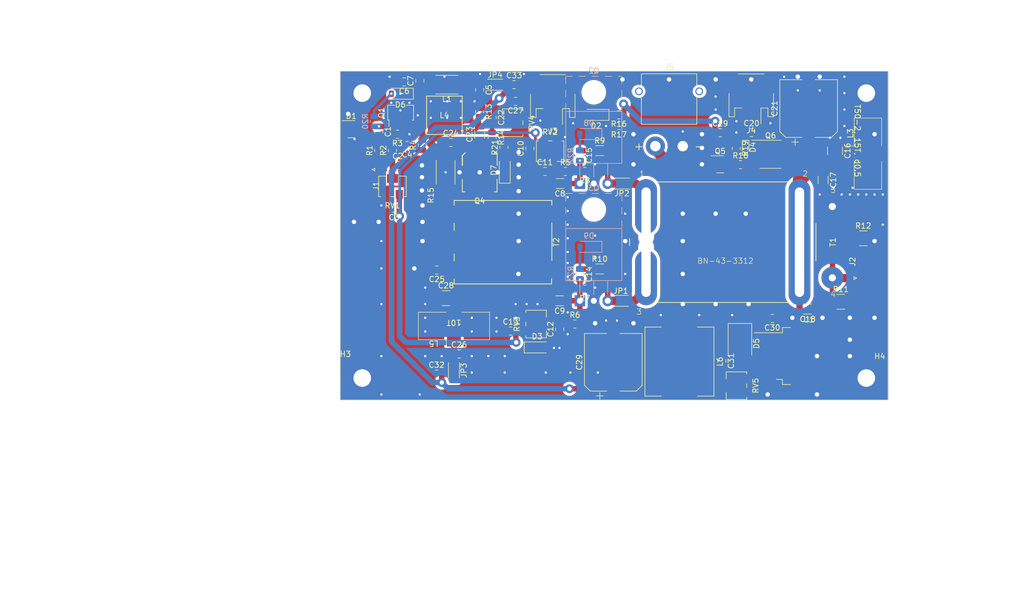
<source format=kicad_pcb>
(kicad_pcb (version 20221018) (generator pcbnew)
  (layers (0 "F.Cu" signal) (31 "B.Cu" signal) (34 "B.Paste" user) (35 "F.Paste" user) (36 "B.SilkS" user "B.Silkscreen") (37 "F.SilkS" user "F.Silkscreen") (38 "B.Mask" user) (39 "F.Mask" user) (44 "Edge.Cuts" user))
  (net 0 "")
  (net 1 "Net-(Q1-G)")
  (net 2 "Net-(C1-Pad2)")
  (net 3 "Net-(C2-Pad1)")
  (net 4 "Earth")
  (net 5 "+5V_TX")
  (net 6 "Net-(C4-Pad1)")
  (net 7 "+12V_TX")
  (net 8 "Net-(C6-Pad1)")
  (net 9 "Net-(Q2-G)")
  (net 10 "Net-(T2-PR2)")
  (net 11 "Net-(Q3-G)")
  (net 12 "Net-(T2-PR1)")
  (net 13 "Net-(C11-Pad2)")
  (net 14 "Net-(C12-Pad2)")
  (net 15 "Net-(C14-Pad1)")
  (net 16 "Net-(C15-Pad1)")
  (net 17 "/DRN_1")
  (net 18 "/DRN_2")
  (net 19 "Net-(J1-In)")
  (net 20 "Net-(Q1-D)")
  (net 21 "/FLT_IN")
  (net 22 "Net-(JP4-A)")
  (net 23 "Net-(Q5-G)")
  (net 24 "/DRN_T")
  (net 25 "Net-(JP3-A)")
  (net 26 "+7V_TX")
  (net 27 "+12V")
  (net 28 "Net-(C22-Pad2)")
  (net 29 "/P_G")
  (net 30 "Net-(C23-Pad2)")
  (net 31 "Net-(C24-Pad1)")
  (net 32 "/P_DT")
  (net 33 "Net-(U1-FB)")
  (net 34 "/P_D")
  (net 35 "Net-(D2-K)")
  (net 36 "Net-(D4-A)")
  (net 37 "Net-(D5-K)")
  (net 38 "Net-(Q5-D)")
  (net 39 "/DRN_T1")
  (net 40 "/DRN_T2")
  (net 42 "Net-(D6-A)")
  (net 43 "Net-(D7-A)")
  (net 44 "Net-(D8-A)")
  (net 45 "Net-(D9-A)")
  (footprint "Capacitor_SMD:C_0805_2012Metric" (layer "F.Cu") (at 61.656 91.948 180)
    (fp_text reference "C6")
    (fp_text value "104")
  )
  (footprint "Potentiometer_SMD:Potentiometer_Bourns_3214W_Vertical" (layer "F.Cu") (at 85.725 136.144 90)
    (fp_text reference "RV3")
    (fp_text value "502")
  )
  (footprint "Resistor_SMD:R_1206_3216Metric" (layer "F.Cu") (at 97.3435 104.5)
    (fp_text reference "R9")
    (fp_text value "751")
  )
  (footprint "Resistor_SMD:R_1206_3216Metric" (layer "F.Cu") (at 97.3328 126.0856)
    (fp_text reference "R10")
    (fp_text value "751")
  )
  (footprint "MountingHole:MountingHole_3.2mm_M3_Pad" (layer "F.Cu") (at 146 146)
    (fp_text reference "H4")
    (fp_text value "MH")
  )
  (footprint "PhilsFootprintLibrary:SolderJumper-2_P1.3mm_Open_Pad2.0x1.5mm" (layer "F.Cu") (at 101.2 131.9)
    (fp_text reference "JP1")
    (fp_text value "SJ")
  )
  (footprint "Capacitor_SMD:C_0805_2012Metric" (layer "F.Cu") (at 81.722 92.456)
    (fp_text reference "C33")
    (fp_text value "104")
  )
  (footprint "Resistor_SMD:R_0805_2012Metric" (layer "F.Cu") (at 92.8135 136.144)
    (fp_text reference "R6")
    (fp_text value "331")
  )
  (footprint "Capacitor_SMD:C_1206_3216Metric" (layer "F.Cu") (at 138.12 109.85 -90)
    (fp_text reference "C17")
    (fp_text value "104")
  )
  (footprint "Resistor_SMD:R_1210_3225Metric_Pad1.30x2.65mm_HandSolder" (layer "F.Cu") (at 145.45 120.5)
    (fp_text reference "R12")
    (fp_text value "511")
  )
  (footprint "Capacitor_SMD:C_1210_3225Metric" (layer "F.Cu") (at 69.28 131.43)
    (fp_text reference "C28")
    (fp_text value "102")
  )
  (footprint "PhilsFootprintLibrary:PLD-1.5W-NoVias" (layer "F.Cu") (at 75.438 108.458)
    (fp_text reference "Q4")
    (fp_text value "AFT09MS007NT1")
  )
  (footprint "Resistor_SMD:R_1210_3225Metric_Pad1.30x2.65mm_HandSolder" (layer "F.Cu") (at 141.351 132.08)
    (fp_text reference "R11")
    (fp_text value "511")
  )
  (footprint "Diode_SMD:D_SMB" (layer "F.Cu") (at 122.936 139.7 -90)
    (fp_text reference "D5")
    (fp_text value "D_Schottky")
  )
  (footprint "Capacitor_SMD:C_1206_3216Metric" (layer "F.Cu") (at 135.29 133.41 180)
    (fp_text reference "C18")
    (fp_text value "104")
  )
  (footprint "Capacitor_SMD:C_0805_2012Metric" (layer "F.Cu") (at 64.516 91.76 90)
    (fp_text reference "C7")
    (fp_text value "104")
  )
  (footprint "Potentiometer_SMD:Potentiometer_Bourns_3214W_Vertical" (layer "F.Cu") (at 88.2904 104.595)
    (fp_text reference "RV2")
    (fp_text value "502")
  )
  (footprint "Capacitor_SMD:C_0805_2012Metric" (layer "F.Cu") (at 93.72 105.37 -90)
    (fp_text reference "C15")
    (fp_text value "223")
  )
  (footprint "Capacitor_SMD:C_0805_2012Metric" (layer "F.Cu") (at 59.8068 115 180)
    (fp_text reference "C3")
    (fp_text value "104")
  )
  (footprint "Capacitor_SMD:C_1206_3216Metric" (layer "F.Cu") (at 90.025 131.9 180)
    (fp_text reference "C9")
    (fp_text value "104")
  )
  (footprint "Diode_SMD:D_SOD-123" (layer "F.Cu") (at 80.01 108.077 90)
    (fp_text reference "D7")
    (fp_text value "1N4148W")
  )
  (footprint "Capacitor_SMD:C_0805_2012Metric" (layer "F.Cu") (at 57.023 101.031 -90)
    (fp_text reference "C1")
    (fp_text value "104")
  )
  (footprint "PhilsFootprintLibrary:L_T50_L13_W8_P5mm" (layer "F.Cu") (at 146.29 105.05)
    (fp_text reference "L3")
    (fp_text value "T50-2, 15T, d0.5")
  )
  (footprint "Capacitor_SMD:C_0805_2012Metric" (layer "F.Cu") (at 70.165 102.997)
    (fp_text reference "C24")
    (fp_text value "473")
  )
  (footprint "Resistor_SMD:R_0805_2012Metric" (layer "F.Cu") (at 59.5122 104.4683 90)
    (fp_text reference "R2")
    (fp_text value "472")
  )
  (footprint "Resistor_SMD:R_2512_6332Metric" (layer "F.Cu") (at 69.215 108.458 90)
    (fp_text reference "R15")
    (fp_text value "102")
  )
  (footprint "Capacitor_SMD:C_0805_2012Metric" (layer "F.Cu") (at 93.726 127.061 -90)
    (fp_text reference "C14")
    (fp_text value "223")
  )
  (footprint "Resistor_SMD:R_0805_2012Metric" (layer "F.Cu") (at 94.615 129.794 180)
    (fp_text reference "R7")
    (fp_text value "472")
  )
  (footprint "PhilsFootprintLibrary:Balun_5PIN_BN-43-202_SMD_Inverse" (layer "F.Cu") (at 79.7 121.2)
    (fp_text reference "T2")
    (fp_text value "2T:4T")
  )
  (footprint "Capacitor_SMD:C_0805_2012Metric" (layer "F.Cu") (at 84.6074 104.0994 90)
    (fp_text reference "C10")
    (fp_text value "104")
  )
  (footprint "Capacitor_SMD:C_0805_2012Metric" (layer "F.Cu") (at 125.0442 101.1936)
    (fp_text reference "C20")
    (fp_text value "104")
  )
  (footprint "Package_TO_SOT_SMD:SOT-23" (layer "F.Cu") (at 119.3269 107)
    (fp_text reference "Q5")
    (fp_text value "BSS138")
  )
  (footprint "Connector_JST:JST_PH_S2B-PH-SM4-TB_1x02-1MP_P2.00mm_Horizontal" (layer "F.Cu") (at 125 95 180)
    (fp_text reference "J4")
    (fp_text value "+12V OUT")
  )
  (footprint "Resistor_SMD:R_0805_2012Metric" (layer "F.Cu") (at 60.4247 101.5 180)
    (fp_text reference "R3")
    (fp_text value "472")
  )
  (footprint "PhilsFootprintLibrary:SolderJumper-2_P1.3mm_Open_Pad2.0x1.5mm" (layer "F.Cu") (at 101.4 110.5 180)
    (fp_text reference "JP2")
    (fp_text value "SJ")
  )
  (footprint "Connector_JST:JST_PH_S2B-PH-SM4-TB_1x02-1MP_P2.00mm_Horizontal" (layer "F.Cu") (at 88.773 95.123 180)
    (fp_text reference "J3")
    (fp_text value "+5V_TX")
  )
  (footprint "PhilsFootprintLibrary:SolderJumper-2_P1.3mm_Open_Pad2.0x1.5mm" (layer "F.Cu") (at 70.73 144.58 -90)
    (fp_text reference "JP3")
    (fp_text value "SJ")
  )
  (footprint "Package_SO:SOIC-8_3.9x4.9mm_P1.27mm" (layer "F.Cu") (at 128.524 105.156)
    (fp_text reference "Q6")
    (fp_text value "IRF7324")
  )
  (footprint "Capacitor_SMD:C_0805_2012Metric" (layer "F.Cu") (at 119.3292 101.2444)
    (fp_text reference "C19")
    (fp_text value "106")
  )
  (footprint "PhilsFootprintLibrary:L_T50_L13_W8_P5mm" (layer "F.Cu") (at 70.739 136.485 90)
    (fp_text reference "L5")
    (fp_text value "10T")
  )
  (footprint "Capacitor_SMD:C_0805_2012Metric" (layer "F.Cu") (at 128.839 135.128 180)
    (fp_text reference "C30")
    (fp_text value "104")
  )
  (footprint "Inductor_SMD:L_12x12mm_H8mm" (layer "F.Cu") (at 111.887 143.002 -90)
    (fp_text reference "L6")
    (fp_text value "10T")
  )
  (footprint "Resistor_SMD:R_0805_2012Metric" (layer "F.Cu") (at 75.438 97.3875 -90)
    (fp_text reference "R13")
    (fp_text value "22R")
  )
  (footprint "Resistor_SMD:R_0805_2012Metric" (layer "F.Cu") (at 122.2502 104.0873 -90)
    (fp_text reference "R19")
    (fp_text value "103")
  )
  (footprint "Resistor_SMD:R_0805_2012Metric" (layer "F.Cu") (at 64.9478 103.4777 90)
    (fp_text reference "R4")
    (fp_text value "102")
  )
  (footprint "Diode_SMD:D_SOD-523" (layer "F.Cu") (at 123.9774 103.8748 -90)
    (fp_text reference "D4")
    (fp_text value "DZ2S100X0L")
  )
  (footprint "Capacitor_SMD:C_1210_3225Metric" (layer "F.Cu") (at 140.28 104.52 -90)
    (fp_text reference "C16")
    (fp_text value "104")
  )
  (footprint "Capacitor_SMD:C_0805_2012Metric" (layer "F.Cu") (at 67.61 126.29 180)
    (fp_text reference "C25")
    (fp_text value "104")
  )
  (footprint "PhilsFootprintLibrary:Balun_BN-43-2402_SMD" (layer "F.Cu") (at 69 98.044)
    (fp_text reference "L4")
    (fp_text value "2T:1T")
  )
  (footprint "Capacitor_SMD:C_0805_2012Metric" (layer "F.Cu") (at 60.4622 107.188)
    (fp_text reference "C2")
    (fp_text value "104")
  )
  (footprint "Capacitor_SMD:C_0805_2012Metric" (layer "F.Cu") (at 62.1894 103.5558 180)
    (fp_text reference "C4")
    (fp_text value "103")
  )
  (footprint "Capacitor_SMD:C_0805_2012Metric" (layer "F.Cu") (at 67.564 145.288)
    (fp_text reference "C32")
    (fp_text value "104")
  )
  (footprint "PhilsFootprintLibrary:SolderJumper-2_P1.3mm_Open_Pad2.0x1.5mm" (layer "F.Cu") (at 78.247 92.456)
    (fp_text reference "JP4")
    (fp_text value "SJ")
  )
  (footprint "Capacitor_SMD:C_0805_2012Metric" (layer "F.Cu") (at 119.634 142.875 -90)
    (fp_text reference "C31")
    (fp_text value "104")
  )
  (footprint "Package_TO_SOT_SMD:SOT-23" (layer "F.Cu") (at 51.9915 100.584)
    (fp_text reference "D1")
    (fp_text value "BAV99")
  )
  (footprint "Capacitor_SMD:C_0805_2012Metric" (layer "F.Cu") (at 90.043 137.094 90)
    (fp_text reference "C12")
    (fp_text value "104")
  )
  (footprint "Capacitor_SMD:CP_Elec_10x12.6" (layer "F.Cu") (at 99.822 143.129 90)
    (fp_text reference "C29")
    (fp_text value "1000uFx16V")
  )
  (footprint "Capacitor_SMD:C_0805_2012Metric" (layer "F.Cu") (at 75.438 93.406 -90)
    (fp_text reference "C5")
    (fp_text value "104")
  )
  (footprint "Resistor_SMD:R_0805_2012Metric" (layer "F.Cu") (at 79.8595 103.9095 90)
    (fp_text reference "R21")
    (fp_text value "472")
  )
  (footprint "Capacitor_SMD:C_1206_3216Metric" (layer "F.Cu") (at 75.438 101.522 90)
    (fp_text reference "C23")
    (fp_text value "104")
  )
  (footprint "Potentiometer_SMD:Potentiometer_Bourns_3224W_Vertical" (layer "F.Cu") (at 81.45 99.4 -90)
    (fp_text reference "RV4")
    (fp_text value "502")
  )
  (footprint "Diode_SMD:D_SOD-123" (layer "F.Cu") (at 96.6724 97.9678 180)
    (fp_text reference "D2")
    (fp_text value "1N4148W")
  )
  (footprint "Inductor_SMD:L_2512_6332Metric" (layer "F.Cu") (at 69.448 92.456 180)
    (fp_text reference "L1")
    (fp_text value "10T")
  )
  (footprint "Diode_SMD:D_SOD-123" (layer "F.Cu") (at 85.9272 140.4112)
    (fp_text reference "D3")
    (fp_text value "1N4148W")
  )
  (footprint "Resistor_SMD:R_0805_2012Metric" (layer "F.Cu") (at 91.0875 108.3)
    (fp_text reference "R5")
    (fp_text value "331")
  )
  (footprint "Resistor_SMD:R_0805_2012Metric" (layer "F.Cu") (at 56.9976 104.4721 90)
    (fp_text reference "R1")
    (fp_text value "47R")
  )
  (footprint "Connector_AMASS:AMASS_XT30PW-M_1x02_P2.50mm_Horizontal" (layer "F.Cu") (at 112.5 103.675)
    (fp_text reference "J5")
    (fp_text value "XT30PW-M")
  )
  (footprint "Connector_Coaxial:SMA_Amphenol_132289_EdgeMount" (layer "F.Cu") (at 52.578 107.95 180)
    (fp_text reference "J1")
    (fp_text value "TX_IN")
  )
  (footprint "Capacitor_SMD:C_0805_2012Metric" (layer "F.Cu") (at 81.092 137.414)
    (fp_text reference "C13")
    (fp_text value "104")
  )
  (footprint "Capacitor_SMD:C_0805_2012Metric" (layer "F.Cu") (at 81.981 95.504 180)
    (fp_text reference "C27")
    (fp_text value "104")
  )
  (footprint "Capacitor_SMD:C_0805_2012Metric" (layer "F.Cu") (at 71.694 141.605)
    (fp_text reference "C26")
    (fp_text value "104")
  )
  (footprint "MountingHole:MountingHole_3.2mm_M3_Pad" (layer "F.Cu") (at 146 94)
    (fp_text reference "H2" hide)
    (fp_text value "MH")
  )
  (footprint "Package_TO_SOT_SMD:SOT-89-3" (layer "F.Cu") (at 61.0122 97.5672 90)
    (fp_text reference "Q1")
    (fp_text value "RD01MUS2B")
  )
  (footprint "Capacitor_SMD:C_1206_3216Metric" (layer "F.Cu") (at 90.0956 110.5 180)
    (fp_text reference "C8")
    (fp_text value "104")
  )
  (footprint "Connector_Coaxial:SMA_Amphenol_132289_EdgeMount" (layer "F.Cu") (at 147.447 127.762)
    (fp_text reference "J2")
    (fp_text value "TX_IN")
  )
  (footprint "Resistor_SMD:R_0805_2012Metric" (layer "F.Cu") (at 100.8399 99.9236 180)
    (fp_text reference "R17")
    (fp_text value "475")
  )
  (footprint "Resistor_SMD:R_0805_2012Metric" (layer "F.Cu") (at 94.6125 108.3 180)
    (fp_text reference "R8")
    (fp_text value "472")
  )
  (footprint "PhilsFootprintLibrary:Transformer_BN-43-3312" (layer "F.Cu") (at 119.8 121.2)
    (fp_text reference "T1")
    (fp_text value "0.5+0.5T:4T")
  )
  (footprint "Diode_SMD:D_SOD-123" (layer "F.Cu") (at 60.96 94.107 180)
    (fp_text reference "D6")
    (fp_text value "1N4148W")
  )
  (footprint "Potentiometer_SMD:Potentiometer_Bourns_3214W_Vertical" (layer "F.Cu") (at 122.301 147.394 -90)
    (fp_text reference "RV5")
    (fp_text value "502")
  )
  (footprint "Capacitor_SMD:C_0805_2012Metric" (layer "F.Cu") (at 77.7 98.45 -90)
    (fp_text reference "C22")
    (fp_text value "104")
  )
  (footprint "Resistor_SMD:R_0805_2012Metric" (layer "F.Cu") (at 77.7 102.0845 -90)
    (fp_text reference "R14")
    (fp_text value "472")
  )
  (footprint "Capacitor_SMD:CP_Elec_10x12.6" (layer "F.Cu") (at 135.47 96.81 90)
    (fp_text reference "C21")
    (fp_text value "1000uFx16V")
  )
  (footprint "Potentiometer_SMD:Potentiometer_Bourns_3214W_Vertical" (layer "F.Cu") (at 59.5122 111.0256 180)
    (fp_text reference "RV1")
    (fp_text value "502")
  )
  (footprint "Capacitor_SMD:C_0805_2012Metric" (layer "F.Cu") (at 87.3404 108.3)
    (fp_text reference "C11")
    (fp_text value "104")
  )
  (footprint "MountingHole:MountingHole_3.2mm_M3_Pad" (layer "F.Cu") (at 54 94)
    (fp_text reference "H1" hide)
    (fp_text value "MH")
  )
  (footprint "MountingHole:MountingHole_3.2mm_M3_Pad" (layer "F.Cu") (at 54 146)
    (fp_text reference "H3")
    (fp_text value "MH")
  )
  (footprint "Resistor_SMD:R_0805_2012Metric" (layer "F.Cu") (at 123.0395 107.061)
    (fp_text reference "R18")
    (fp_text value "102")
  )
  (footprint "Package_TO_SOT_SMD:TO-263-5_TabPin3" (layer "F.Cu") (at 135.509 141.986)
    (fp_text reference "U1")
    (fp_text value "LM2596S-ADJ")
  )
  (footprint "Resistor_SMD:R_0805_2012Metric" (layer "F.Cu") (at 100.8361 97.9678 180)
    (fp_text reference "R16")
    (fp_text value "103")
  )
  (footprint "Resistor_SMD:R_0805_2012Metric" (layer "B.Cu") (at 93.726 105.3865 -90)
    (fp_text reference "R22")
    (fp_text value "472")
  )
  (footprint "Diode_SMD:D_SOD-123" (layer "B.Cu") (at 95.376 101.473 180)
    (fp_text reference "D8")
    (fp_text value "1N4148W")
  )
  (footprint "Resistor_SMD:R_0805_2012Metric" (layer "B.Cu") (at 93.726 126.9765 -90)
    (fp_text reference "R23")
    (fp_text value "472")
  )
  (footprint "Diode_SMD:D_SOD-123" (layer "B.Cu") (at 95.377 122.047 180)
    (fp_text reference "D9")
    (fp_text value "1N4148W")
  )
  (footprint "Package_TO_SOT_THT:TO-220-3_Horizontal_TabUp" (layer "B.Cu") (at 93.72 131.9)
    (fp_text reference "Q3")
    (fp_text value "RD16HHF1")
  )
  (footprint "Package_TO_SOT_THT:TO-220-3_Horizontal_TabUp" (layer "B.Cu") (at 93.72 110.5)
    (fp_text reference "Q2")
    (fp_text value "RD16HHF1")
  )
  (footprint "Resistor_SMD:R_0805_2012Metric" (layer "B.Cu") (at 56.21 99.16 -90)
    (fp_text reference "R20")
    (fp_text value "472")
  )
  (gr_line (start 50 150) (end 50 90) (stroke (width 0.1)) (layer "Edge.Cuts"))
  (gr_line (start 150 90) (end 150 150) (stroke (width 0.1)) (layer "Edge.Cuts"))
  (gr_line (start 50 90) (end 150 90) (stroke (width 0.1)) (layer "Edge.Cuts"))
  (gr_line (start 150 150) (end 50 150) (stroke (width 0.1)) (layer "Edge.Cuts"))
  (segment (start 58.9534 100.076) (end 59.5122 99.5172) (width 1) (layer "F.Cu") (net 1))
  (segment (start 57.023 100.081) (end 57.028 100.076) (width 1) (layer "F.Cu") (net 1))
  (segment (start 57.04 100.06) (end 58.9534 100.076) (width 1) (layer "F.Cu") (net 1))
  (segment (start 57.028 100.076) (end 57.04 100.06) (width 1) (layer "F.Cu") (net 1))
  (segment (start 61.2394 103.5558) (end 59.5122 103.5558) (width 1) (layer "F.Cu") (net 1))
  (segment (start 59.5122 103.5558) (end 59.5122 99.5172) (width 1) (layer "F.Cu") (net 1))
  (via (at 57.04 100.06) (size 0.8) (drill 0.4) (layers "F.Cu" "B.Cu") (net 1))
  (segment (start 57.04 100.06) (end 56.2225 100.06) (width 1) (layer "B.Cu") (net 1))
  (segment (start 56.2225 100.06) (end 56.21 100.0725) (width 1) (layer "B.Cu") (net 1))
  (segment (start 56.9976 101.9556) (end 56.9976 103.5596) (width 1) (layer "F.Cu") (net 2))
  (segment (start 52.929 100.584) (end 53.213 100.584) (width 0.5) (layer "F.Cu") (net 2))
  (segment (start 53.213 100.584) (end 54.483 101.854) (width 0.5) (layer "F.Cu") (net 2))
  (segment (start 54.483 101.854) (end 56.896 101.854) (width 0.5) (layer "F.Cu") (net 2))
  (segment (start 56.896 101.854) (end 56.9976 101.9556) (width 0.5) (layer "F.Cu") (net 2))
  (segment (start 59.5122 105.3808) (end 59.5122 109.5756) (width 1) (layer "F.Cu") (net 3))
  (segment (start 61.0122 101.175) (end 61.3372 101.5) (width 1) (layer "F.Cu") (net 4))
  (segment (start 62.6094 101.5) (end 62.611 101.4984) (width 1) (layer "F.Cu") (net 4))
  (segment (start 123.571 141.986) (end 137.009 141.986) (width 1) (layer "F.Cu") (net 4))
  (segment (start 133.959 145.386) (end 134.584 144.761) (width 0.5) (layer "F.Cu") (net 4))
  (segment (start 61.3372 101.5) (end 62.6094 101.5) (width 1) (layer "F.Cu") (net 4))
  (segment (start 61.0122 99.4297) (end 61.0122 101.175) (width 1) (layer "F.Cu") (net 4))
  (segment (start 127.859 145.386) (end 133.959 145.386) (width 0.5) (layer "F.Cu") (net 4))
  (via (at 51.435 97.79) (size 1.6) (drill 0.8) (layers "F.Cu" "B.Cu") (net 4))
  (via (at 96.5 107) (size 0.8) (drill 0.4) (layers "F.Cu" "B.Cu") (net 4))
  (via (at 83.5 90.5) (size 0.8) (drill 0.4) (layers "F.Cu" "B.Cu") (net 4))
  (via (at 91.5 120.5) (size 0.8) (drill 0.4) (layers "F.Cu" "B.Cu") (net 4))
  (via (at 63.5 126) (size 1.6) (drill 0.8) (layers "F.Cu" "B.Cu") (net 4))
  (via (at 74 137.5) (size 0.8) (drill 0.4) (layers "F.Cu" "B.Cu") (net 4))
  (via (at 65 121) (size 1.6) (drill 0.8) (layers "F.Cu" "B.Cu") (net 4))
  (via (at 66.5 95.5) (size 0.8) (drill 0.4) (layers "F.Cu" "B.Cu") (net 4))
  (via (at 91.5 138) (size 0.8) (drill 0.4) (layers "F.Cu" "B.Cu") (net 4))
  (via (at 149 112.5) (size 0.8) (drill 0.4) (layers "F.Cu" "B.Cu") (net 4))
  (via (at 118.5 132.5) (size 1.6) (drill 0.8) (layers "F.Cu" "B.Cu") (net 4))
  (via (at 91.5 115.5) (size 0.8) (drill 0.4) (layers "F.Cu" "B.Cu") (net 4))
  (via (at 89 140.5) (size 0.8) (drill 0.4) (layers "F.Cu" "B.Cu") (net 4))
  (via (at 77 142) (size 0.8) (drill 0.4) (layers "F.Cu" "B.Cu") (net 4))
  (via (at 112.5 132.5) (size 1.6) (drill 0.8) (layers "F.Cu" "B.Cu") (net 4))
  (via (at 74 135) (size 0.8) (drill 0.4) (layers "F.Cu" "B.Cu") (net 4))
  (via (at 82.55 109.347) (size 1.6) (drill 0.8) (layers "F.Cu" "B.Cu") (net 4))
  (via (at 57.912 97.282) (size 1) (drill 0.4) (layers "F.Cu" "B.Cu") (net 4))
  (via (at 143.5 111.27) (size 0.8) (drill 0.4) (layers "F.Cu" "B.Cu") (net 4))
  (via (at 78.74 108.458) (size 1.6) (drill 0.8) (layers "F.Cu" "B.Cu") (net 4))
  (via (at 97 145) (size 0.8) (drill 0.4) (layers "F.Cu" "B.Cu") (net 4))
  (via (at 116 107) (size 1.6) (drill 0.8) (layers "F.Cu" "B.Cu") (net 4))
  (via (at 137 149) (size 1.6) (drill 0.8) (layers "F.Cu" "B.Cu") (net 4))
  (via (at 68.5 142) (size 0.8) (drill 0.4) (layers "F.Cu" "B.Cu") (net 4))
  (via (at 98.5 100) (size 0.8) (drill 0.4) (layers "F.Cu" "B.Cu") (net 4))
  (via (at 65.5 142) (size 0.8) (drill 0.4) (layers "F.Cu" "B.Cu") (net 4))
  (via (at 57.5 149) (size 0.8) (drill 0.4) (layers "F.Cu" "B.Cu") (net 4))
  (via (at 143 112.5) (size 0.8) (drill 0.4) (layers "F.Cu" "B.Cu") (net 4))
  (via (at 96.5 120) (size 0.8) (drill 0.4) (layers "F.Cu" "B.Cu") (net 4))
  (via (at 118.5 116) (size 1.6) (drill 0.8) (layers "F.Cu" "B.Cu") (net 4))
  (via (at 69 91) (size 0.8) (drill 0.4) (layers "F.Cu" "B.Cu") (net 4))
  (via (at 91.5 113) (size 0.8) (drill 0.4) (layers "F.Cu" "B.Cu") (net 4))
  (via (at 74.5 95.5) (size 0.8) (drill 0.4) (layers "F.Cu" "B.Cu") (net 4))
  (via (at 60.96 94.107) (size 1) (drill 0.4) (layers "F.Cu" "B.Cu") (net 4))
  (via (at 65.5 129.5) (size 0.8) (drill 0.4) (layers "F.Cu" "B.Cu") (net 4))
  (via (at 66.5 98.5) (size 0.8) (drill 0.4) (layers "F.Cu" "B.Cu") (net 4))
  (via (at 75.438 108.458) (size 1.6) (drill 0.8) (layers "F.Cu" "B.Cu") (net 4))
  (via (at 118.49 94.62) (size 0.8) (drill 0.4) (layers "F.Cu" "B.Cu") (net 4))
  (via (at 91 102) (size 0.8) (drill 0.4) (layers "F.Cu" "B.Cu") (net 4))
  (via (at 82.55 111.887) (size 1.6) (drill 0.8) (layers "F.Cu" "B.Cu") (net 4))
  (via (at 138 135) (size 1.6) (drill 0.8) (layers "F.Cu" "B.Cu") (net 4))
  (via (at 59.309 95.758) (size 1) (drill 0.4) (layers "F.Cu" "B.Cu") (net 4))
  (via (at 147.5 112.5) (size 0.8) (drill 0.4) (layers "F.Cu" "B.Cu") (net 4))
  (via (at 69.5 98.5) (size 0.8) (drill 0.4) (layers "F.Cu" "B.Cu") (net 4))
  (via (at 103.5 107) (size 1.6) (drill 0.8) (layers "F.Cu" "B.Cu") (net 4))
  (via (at 98.5 135.5) (size 0.8) (drill 0.4) (layers "F.Cu" "B.Cu") (net 4))
  (via (at 149 118) (size 0.8) (drill 0.4) (layers "F.Cu" "B.Cu") (net 4))
  (via (at 90 140.5) (size 0.8) (drill 0.4) (layers "F.Cu" "B.Cu") (net 4))
  (via (at 86 132.5) (size 0.8) (drill 0.4) (layers "F.Cu" "B.Cu") (net 4))
  (via (at 67.5 103) (size 0.8) (drill 0.4) (layers "F.Cu" "B.Cu") (net 4))
  (via (at 125 91.5) (size 1.6) (drill 0.8) (layers "F.Cu" "B.Cu") (net 4))
  (via (at 96.5 136) (size 1.6) (drill 0.8) (layers "F.Cu" "B.Cu") (net 4))
  (via (at 91.5 127.5) (size 0.8) (drill 0.4) (layers "F.Cu" "B.Cu") (net 4))
  (via (at 128 149) (size 1.6) (drill 0.8) (layers "F.Cu" "B.Cu") (net 4))
  (via (at 147.5 101.5) (size 1.6) (drill 0.8) (layers "F.Cu" "B.Cu") (net 4))
  (via (at 110 91.5) (size 1.6) (drill 0.8) (layers "F.Cu" "B.Cu") (net 4))
  (via (at 141.27 102.15) (size 0.8) (drill 0.4) (layers "F.Cu" "B.Cu") (net 4))
  (via (at 64.897 107.188) (size 1.6) (drill 0.8) (layers "F.Cu" "B.Cu") (net 4))
  (via (at 102 127) (size 0.8) (drill 0.4) (layers "F.Cu" "B.Cu") (net 4))
  (via (at 86.5 99) (size 0.8) (drill 0.4) (layers "F.Cu" "B.Cu") (net 4))
  (via (at 142 97) (size 0.8) (drill 0.4) (layers "F.Cu" "B.Cu") (net 4))
  (via (at 128.5 99.5) (size 0.8) (drill 0.4) (layers "F.Cu" "B.Cu") (net 4))
  (via (at 59 91) (size 0.8) (drill 0.4) (layers "F.Cu" "B.Cu") (net 4))
  (via (at 143 139) (size 1.6) (drill 0.8) (layers "F.Cu" "B.Cu") (net 4))
  (via (at 82.5 127) (size 1.6) (drill 0.8) (layers "F.Cu" "B.Cu") (net 4))
  (via (at 112.5 101) (size 0.8) (drill 0.4) (layers "F.Cu" "B.Cu") (net 4))
  (via (at 82.55 121) (size 1.6) (drill 0.8) (layers "F.Cu" "B.Cu") (net 4))
  (via (at 60.96 97.155) (size 1) (drill 0.4) (layers "F.Cu" "B.Cu") (net 4))
  (via (at 57.912 98.552) (size 1) (drill 0.4) (layers "F.Cu" "B.Cu") (net 4))
  (via (at 92 145) (size 0.8) (drill 0.4) (layers "F.Cu" "B.Cu") (net 4))
  (via (at 91.5 125) (size 0.8) (drill 0.4) (layers "F.Cu" "B.Cu") (net 4))
  (via (at 57.5 132.5) (size 0.8) (drill 0.4) (layers "F.Cu" "B.Cu") (net 4))
  (via (at 91.5 134) (size 0.8) (drill 0.4) (layers "F.Cu" "B.Cu") (net 4))
  (via (at 144.5 112.5) (size 0.8) (drill 0.4) (layers "F.Cu" "B.Cu") (net 4))
  (via (at 82.55 107.061) (size 1.6) (drill 0.8) (layers "F.Cu" "B.Cu") (net 4))
  (via (at 82.55 116) (size 1.6) (drill 0.8) (layers "F.Cu" "B.Cu") (net 4))
  (via (at 133.5 93.5) (size 0.8) (drill 0.4) (layers "F.Cu" "B.Cu") (net 4))
  (via (at 112.5 121) (size 1.6) (drill 0.8) (layers "F.Cu" "B.Cu") (net 4))
  (via (at 118.5 91.5) (size 1.6) (drill 0.8) (layers "F.Cu" "B.Cu") (net 4))
  (via (at 65.5 132.5) (size 0.8) (drill 0.4) (layers "F.Cu" "B.Cu") (net 4))
  (via (at 100.5 135.5) (size 0.8) (drill 0.4) (layers "F.Cu" "B.Cu") (net 4))
  (via (at 87.5 145) (size 0.8) (drill 0.4) (layers "F.Cu" "B.Cu") (net 4))
  (via (at 52.5 117.5) (size 1.6) (drill 0.8) (layers "F.Cu" "B.Cu") (net 4))
  (via (at 62.611 101.4984) (size 1) (drill 0.4) (layers "F.Cu" "B.Cu") (net 4))
  (via (at 69.215 108.458) (size 0.8) (drill 0.4) (layers "F.Cu" "B.Cu") (net 4))
  (via (at 80 145) (size 0.8) (drill 0.4) (layers "F.Cu" "B.Cu") (net 4))
  (via (at 147.5 121) (size 1.6) (drill 0.8) (layers "F.Cu" "B.Cu") (net 4))
  (via (at 74 142) (size 0.8) (drill 0.4) (layers "F.Cu" "B.Cu") (net 4))
  (via (at 137.5 93.5) (size 0.8) (drill 0.4) (layers "F.Cu" "B.Cu") (net 4))
  (via (at 69.5 95.5) (size 0.8) (drill 0.4) (layers "F.Cu" "B.Cu") (net 4))
  (via (at 102 116) (size 0.8) (drill 0.4) (layers "F.Cu" "B.Cu") (net 4))
  (via (at 78.5 137.5) (size 0.8) (drill 0.4) (layers "F.Cu" "B.Cu") (net 4))
  (via (at 112.5 116) (size 1.6) (drill 0.8) (layers "F.Cu" "B.Cu") (net 4))
  (via (at 65.5 137.5) (size 0.8) (drill 0.4) (layers "F.Cu" "B.Cu") (net 4))
  (via (at 142 91) (size 0.8) (drill 0.4) (layers "F.Cu" "B.Cu") (net 4))
  (via (at 91.5 118) (size 0.8) (drill 0.4) (layers "F.Cu" "B.Cu") (net 4))
  (via (at 82.55 104.775) (size 1.6) (drill 0.8) (layers "F.Cu" "B.Cu") (net 4))
  (via (at 103.5 101.5) (size 1.6) (drill 0.8) (layers "F.Cu" "B.Cu") (net 4))
  (via (at 74 145) (size 0.8) (drill 0.4) (layers "F.Cu" "B.Cu") (net 4))
  (via (at 141.5 112.5) (size 0.8) (drill 0.4) (layers "F.Cu" "B.Cu") (net 4))
  (via (at 124 116) (size 1.6) (drill 0.8) (layers "F.Cu" "B.Cu") (net 4))
  (via (at 65.5 135) (size 0.8) (drill 0.4) (layers "F.Cu" "B.Cu") (net 4))
  (via (at 146 112.5) (size 0.8) (drill 0.4) (layers "F.Cu" "B.Cu") (net 4))
  (via (at 65 117.5) (size 1.6) (drill 0.8) (layers "F.Cu" "B.Cu") (net 4))
  (via (at 96.5 124) (size 0.8) (drill 0.4) (layers "F.Cu" "B.Cu") (net 4))
  (via (at 121.5 134.5) (size 0.8) (drill 0.4) (layers "F.Cu" "B.Cu") (net 4))
  (via (at 143 135) (size 1.6) (drill 0.8) (layers "F.Cu" "B.Cu") (net 4))
  (via (at 75.5 90.5) (size 0.8) (drill 0.4) (layers "F.Cu" "B.Cu") (net 4))
  (via (at 84 132.5) (size 0.8) (drill 0.4) (layers "F.Cu" "B.Cu") (net 4))
  (via (at 52.59 102.38) (size 0.8) (drill 0.4) (layers "F.Cu" "B.Cu") (net 4))
  (via (at 124.5 132.5) (size 1.6) (drill 0.8) (layers "F.Cu" "B.Cu") (net 4))
  (via (at 116 104) (size 1.6) (drill 0.8) (layers "F.Cu" "B.Cu") (net 4))
  (via (at 57.5 114.5) (size 0.8) (drill 0.4) (layers "F.Cu" "B.Cu") (net 4))
  (via (at 137 142) (size 1.6) (drill 0.8) (layers "F.Cu" "B.Cu") (net 4))
  (via (at 91.5 123) (size 0.8) (drill 0.4) (layers "F.Cu" "B.Cu") (net 4))
  (via (at 122.29 99.13) (size 0.8) (drill 0.4) (layers "F.Cu" "B.Cu") (net 4))
  (via (at 122.28 101.19) (size 0.8) (drill 0.4) (layers "F.Cu" "B.Cu") (net 4))
  (via (at 57.5 126) (size 0.8) (drill 0.4) (layers "F.Cu" "B.Cu") (net 4))
  (via (at 57.5 142) (size 0.8) (drill 0.4) (layers "F.Cu" "B.Cu") (net 4))
  (via (at 62.611 95.758) (size 1) (drill 0.4) (layers "F.Cu" "B.Cu") (net 4))
  (via (at 82 132.5) (size 0.8) (drill 0.4) (layers "F.Cu" "B.Cu") (net 4))
  (via (at 80 142) (size 0.8) (drill 0.4) (layers "F.Cu" "B.Cu") (net 4))
  (via (at 132.5 135) (size 1.6) (drill 0.8) (layers "F.Cu" "B.Cu") (net 4))
  (via (at 137.5 112.5) (size 0.8) (drill 0.4) (layers "F.Cu" "B.Cu") (net 4))
  (via (at 115.5 134.5) (size 0.8) (drill 0.4) (layers "F.Cu" "B.Cu") (net 4))
  (via (at 147.5 135) (size 1.6) (drill 0.8) (layers "F.Cu" "B.Cu") (net 4))
  (via (at 72 98.5) (size 0.8) (drill 0.4) (layers "F.Cu" "B.Cu") (net 4))
  (via (at 142 94) (size 0.8) (drill 0.4) (layers "F.Cu" "B.Cu") (net 4))
  (via (at 64.897 109.347) (size 1.6) (drill 0.8) (layers "F.Cu" "B.Cu") (net 4))
  (via (at 82 135) (size 0.8) (drill 0.4) (layers "F.Cu" "B.Cu") (net 4))
  (via (at 112.5 127) (size 1.6) (drill 0.8) (layers "F.Cu" "B.Cu") (net 4))
  (via (at 96.5 129.5) (size 0.8) (drill 0.4) (layers "F.Cu" "B.Cu") (net 4))
  (via (at 143 142) (size 1.6) (drill 0.8) (layers "F.Cu" "B.Cu") (net 4))
  (via (at 133.5 91) (size 1.6) (drill 0.8) (layers "F.Cu" "B.Cu") (net 4))
  (via (at 57.5 121) (size 0.8) (drill 0.4) (layers "F.Cu" "B.Cu") (net 4))
  (via (at 64.5 149) (size 0.8) (drill 0.4) (layers "F.Cu" "B.Cu") (net 4))
  (via (at 103.5 136) (size 1.6) (drill 0.8) (layers "F.Cu" "B.Cu") (net 4))
  (via (at 137.5 91) (size 1.6) (drill 0.8) (layers "F.Cu" "B.Cu") (net 4))
  (via (at 102 121) (size 1.6) (drill 0.8) (layers "F.Cu" "B.Cu") (net 4))
  (via (at 71.755 108.458) (size 1.6) (drill 0.8) (layers "F.Cu" "B.Cu") (net 4))
  (via (at 108.5 134.5) (size 0.8) (drill 0.4) (layers "F.Cu" "B.Cu") (net 4))
  (via (at 64.135 98.044) (size 1) (drill 0.4) (layers "F.Cu" "B.Cu") (net 4))
  (via (at 78.5 135) (size 0.8) (drill 0.4) (layers "F.Cu" "B.Cu") (net 4))
  (via (at 142 100) (size 0.8) (drill 0.4) (layers "F.Cu" "B.Cu") (net 4))
  (via (at 57 117.5) (size 1.6) (drill 0.8) (layers "F.Cu" "B.Cu") (net 4))
  (via (at 72 95.5) (size 0.8) (drill 0.4) (layers "F.Cu" "B.Cu") (net 4))
  (via (at 139.35 102.14) (size 0.8) (drill 0.4) (layers "F.Cu" "B.Cu") (net 4))
  (via (at 116 101.5) (size 1.6) (drill 0.8) (layers "F.Cu" "B.Cu") (net 4))
  (via (at 92.5 99.5) (size 0.8) (drill 0.4) (layers "F.Cu" "B.Cu") (net 4))
  (via (at 65 114.5) (size 1.6) (drill 0.8) (layers "F.Cu" "B.Cu") (net 4))
  (via (at 101.5 91.5) (size 1.6) (drill 0.8) (layers "F.Cu" "B.Cu") (net 4))
  (via (at 140.04 111.27) (size 0.8) (drill 0.4) (layers "F.Cu" "B.Cu") (net 4))
  (via (at 131 91) (size 0.8) (drill 0.4) (layers "F.Cu" "B.Cu") (net 4))
  (via (at 64.897 111.76) (size 1.6) (drill 0.8) (layers "F.Cu" "B.Cu") (net 4))
  (via (at 118.5 97) (size 0.8) (drill 0.4) (layers "F.Cu" "B.Cu") (net 4))
  (segment (start 85.598 101.219) (end 85.598 103.145) (width 0.5) (layer "F.Cu") (net 5))
  (segment (start 87.0404 103.145) (end 89.773 100.4124) (width 0.8) (layer "F.Cu") (net 5))
  (segment (start 89.773 100.4124) (end 89.773 97.973) (width 0.8) (layer "F.Cu") (net 5))
  (segment (start 89.7782 97.9678) (end 89.773 97.973) (width 0.8) (layer "F.Cu") (net 5))
  (segment (start 60.7622 114.4978) (end 60.7568 114.5032) (width 1) (layer "F.Cu") (net 5))
  (segment (start 82.931 95.504) (end 82.931 98.119) (width 0.8) (layer "F.Cu") (net 5))
  (segment (start 60.7568 114.5032) (end 60.7568 116.3828) (width 1) (layer "F.Cu") (net 5))
  (segment (start 82.062 137.394) (end 82.042 137.414) (width 1) (layer "F.Cu") (net 5))
  (segment (start 60.7622 112.4756) (end 60.7622 114.4978) (width 1) (layer "F.Cu") (net 5))
  (segment (start 84.275 137.394) (end 84.275 140.409) (width 1) (layer "F.Cu") (net 5))
  (segment (start 82.042 137.414) (end 82.042 139.446) (width 1) (layer "F.Cu") (net 5))
  (segment (start 95.0224 97.9678) (end 89.7782 97.9678) (width 0.8) (layer "F.Cu") (net 5))
  (segment (start 89.773 95.742) (end 89.535 95.504) (width 0.8) (layer "F.Cu") (net 5))
  (segment (start 89.773 97.973) (end 89.773 95.742) (width 0.8) (layer "F.Cu") (net 5))
  (segment (start 60.7568 116.3828) (end 60.833 116.459) (width 1) (layer "F.Cu") (net 5))
  (segment (start 84.275 137.394) (end 82.062 137.394) (width 1) (layer "F.Cu") (net 5))
  (segment (start 82.042 139.446) (end 82.0928 139.4968) (width 1) (layer "F.Cu") (net 5))
  (segment (start 87.0404 103.145) (end 84.6118 103.145) (width 0.8) (layer "F.Cu") (net 5))
  (segment (start 89.535 95.504) (end 82.931 95.504) (width 0.8) (layer "F.Cu") (net 5))
  (segment (start 82.931 98.119) (end 82.9 98.15) (width 0.8) (layer "F.Cu") (net 5))
  (segment (start 84.275 140.409) (end 84.2772 140.4112) (width 1) (layer "F.Cu") (net 5))
  (segment (start 84.6118 103.145) (end 84.6074 103.1494) (width 0.8) (layer "F.Cu") (net 5))
  (via (at 60.833 116.459) (size 1.6) (drill 0.8) (layers "F.Cu" "B.Cu") (net 5))
  (via (at 82.0928 139.4968) (size 1.6) (drill 0.8) (layers "F.Cu" "B.Cu") (net 5))
  (via (at 85.598 101.219) (size 1.6) (drill 0.8) (layers "F.Cu" "B.Cu") (net 5))
  (segment (start 82.0928 139.4968) (end 61.9968 139.4968) (width 1) (layer "B.Cu") (net 5))
  (segment (start 85.598 101.219) (end 67.781 101.219) (width 0.5) (layer "B.Cu") (net 5))
  (segment (start 60.833 138.333) (end 60.833 116.459) (width 1) (layer "B.Cu") (net 5))
  (segment (start 61.9968 139.4968) (end 60.833 138.333) (width 1) (layer "B.Cu") (net 5))
  (segment (start 67.781 101.219) (end 60.833 108.167) (width 0.5) (layer "B.Cu") (net 5))
  (segment (start 60.833 108.167) (end 60.833 116.459) (width 0.5) (layer "B.Cu") (net 5))
  (segment (start 63.1394 103.5558) (end 63.9738 104.3902) (width 1) (layer "F.Cu") (net 6))
  (segment (start 63.9738 104.3902) (end 64.9478 104.3902) (width 1) (layer "F.Cu") (net 6))
  (segment (start 130.4798 131.3942) (end 130.4798 107.5802) (width 1) (layer "F.Cu") (net 7))
  (segment (start 130.4798 107.5802) (end 130.999 107.061) (width 1) (layer "F.Cu") (net 7))
  (segment (start 127.859 134.015) (end 130.4798 131.3942) (width 1) (layer "F.Cu") (net 7))
  (segment (start 127.859 138.586) (end 127.859 134.015) (width 1) (layer "F.Cu") (net 7))
  (segment (start 63.114 92.456) (end 66.548 92.456) (width 1) (layer "F.Cu") (net 8))
  (segment (start 64.77 92.456) (end 66.548 92.456) (width 1) (layer "F.Cu") (net 8))
  (segment (start 64.75 92.476) (end 64.77 92.456) (width 1) (layer "F.Cu") (net 8))
  (segment (start 62.606 91.948) (end 63.114 92.456) (width 1) (layer "F.Cu") (net 8))
  (segment (start 64.75 95.294) (end 64.75 92.476) (width 1) (layer "F.Cu") (net 8))
  (segment (start 93.726 106.426) (end 93.726 106.299) (width 0.5) (layer "F.Cu") (net 9))
  (segment (start 93.7 108.3) (end 92 108.3) (width 1) (layer "F.Cu") (net 9))
  (segment (start 93.72 110.5) (end 93.72 106.42) (width 1) (layer "F.Cu") (net 9))
  (segment (start 93.72 106.42) (end 93.726 106.426) (width 0.5) (layer "F.Cu") (net 9))
  (segment (start 93.72 110.5) (end 91.5706 110.5) (width 1) (layer "F.Cu") (net 9))
  (segment (start 93.726 106.299) (end 93.599 106.299) (width 0.5) (layer "F.Cu") (net 9))
  (segment (start 93.72 106.42) (end 93.7 106.4) (width 1) (layer "F.Cu") (net 9))
  (segment (start 93.599 106.299) (end 93.7 106.4) (width 0.5) (layer "F.Cu") (net 9))
  (via (at 93.726 106.299) (size 0.8) (drill 0.4) (layers "F.Cu" "B.Cu") (net 9))
  (segment (start 88.62 126.2) (end 88.62 131.83) (width 1) (layer "F.Cu") (net 10))
  (segment (start 88.62 131.83) (end 88.55 131.9) (width 0.5) (layer "F.Cu") (net 10))
  (segment (start 93.726 136.144) (end 93.726 131.906) (width 1) (layer "F.Cu") (net 11))
  (segment (start 93.726 128.016) (end 93.726 131.894) (width 1) (layer "F.Cu") (net 11))
  (segment (start 93.72 131.9) (end 91.5 131.9) (width 1) (layer "F.Cu") (net 11))
  (segment (start 93.726 131.894) (end 93.72 131.9) (width 1) (layer "F.Cu") (net 11))
  (segment (start 93.726 131.906) (end 93.72 131.9) (width 1) (layer "F.Cu") (net 11))
  (segment (start 93.726 128.011) (end 93.726 128.016) (width 1) (layer "F.Cu") (net 11))
  (via (at 93.726 128.016) (size 0.8) (drill 0.4) (layers "F.Cu" "B.Cu") (net 11))
  (segment (start 88.6206 116.1194) (end 88.62 116.12) (width 0.5) (layer "F.Cu") (net 12))
  (segment (start 88.6206 110.5) (end 88.6206 116.1194) (width 1) (layer "F.Cu") (net 12))
  (segment (start 88.2904 106.045) (end 88.2904 108.0904) (width 1) (layer "F.Cu") (net 13))
  (segment (start 88.2904 108.0904) (end 88.5 108.3) (width 1) (layer "F.Cu") (net 13))
  (segment (start 90.175 108.3) (end 88.5 108.3) (width 1) (layer "F.Cu") (net 13))
  (segment (start 91.901 136.144) (end 87.175 136.144) (width 1) (layer "F.Cu") (net 14))
  (segment (start 95.631 126.111) (end 93.726 126.111) (width 1) (layer "F.Cu") (net 15))
  (segment (start 95.7 104.5) (end 93.7 104.5) (width 1) (layer "F.Cu") (net 16))
  (segment (start 98.8 110.5) (end 98.8 104.675) (width 1) (layer "F.Cu") (net 17))
  (segment (start 98.8 110.5) (end 100.2 110.5) (width 1) (layer "F.Cu") (net 17))
  (segment (start 98.8 131.9) (end 98.8 126.355) (width 1) (layer "F.Cu") (net 18))
  (segment (start 98.8 131.9) (end 100.15 131.9) (width 1.5) (layer "F.Cu") (net 18))
  (segment (start 52.578 107.95) (end 56.5912 107.95) (width 1) (layer "F.Cu") (net 19))
  (segment (start 56.5912 107.95) (end 56.9976 107.5436) (width 1) (layer "F.Cu") (net 19))
  (segment (start 56.9976 107.5436) (end 56.9976 105.3846) (width 1) (layer "F.Cu") (net 19))
  (segment (start 64.9478 102.5652) (end 64.9478 100.9918) (width 1) (layer "F.Cu") (net 20))
  (segment (start 62.96 99.52) (end 64.34 99.52) (width 1) (layer "F.Cu") (net 20))
  (segment (start 64.75 99.93) (end 64.75 100.794) (width 1) (layer "F.Cu") (net 20))
  (segment (start 64.9478 100.9918) (end 64.75 100.794) (width 1) (layer "F.Cu") (net 20))
  (segment (start 64.34 99.52) (end 64.75 99.93) (width 1) (layer "F.Cu") (net 20))
  (segment (start 147.447 127.762) (end 139.862 127.762) (width 1.5) (layer "F.Cu") (net 21))
  (segment (start 143.9 120.5) (end 139.827 124.573) (width 1) (layer "F.Cu") (net 21))
  (segment (start 139.827 124.573) (end 139.827 132.054) (width 1) (layer "F.Cu") (net 21))
  (segment (start 139.827 132.054) (end 139.801 132.08) (width 1) (layer "F.Cu") (net 21))
  (segment (start 139.862 127.762) (end 139.8 127.7) (width 1) (layer "F.Cu") (net 21))
  (segment (start 72.348 92.456) (end 77.597 92.456) (width 1) (layer "F.Cu") (net 22))
  (segment (start 101.7524 99.9236) (end 101.7524 97.9716) (width 1) (layer "F.Cu") (net 23))
  (segment (start 118.3894 106.05) (end 118.3894 101.2546) (width 1) (layer "F.Cu") (net 23))
  (segment (start 101.7016 95.9612) (end 101.7486 96.0082) (width 1) (layer "F.Cu") (net 23))
  (segment (start 118.4148 99.1108) (end 118.3792 99.1464) (width 1) (layer "F.Cu") (net 23))
  (segment (start 118.3894 101.2546) (end 118.3792 101.2444) (width 1) (layer "F.Cu") (net 23))
  (segment (start 101.7524 97.9716) (end 101.7486 97.9678) (width 1) (layer "F.Cu") (net 23))
  (segment (start 101.7486 99.9198) (end 101.7524 99.9236) (width 1) (layer "F.Cu") (net 23))
  (segment (start 118.3792 99.1464) (end 118.3792 101.2444) (width 1) (layer "F.Cu") (net 23))
  (segment (start 101.7486 96.0082) (end 101.7486 97.9678) (width 1) (layer "F.Cu") (net 23))
  (via (at 101.7016 95.9612) (size 1.6) (drill 0.8) (layers "F.Cu" "B.Cu") (net 23))
  (via (at 118.4148 99.1108) (size 1.6) (drill 0.8) (layers "F.Cu" "B.Cu") (net 23))
  (segment (start 104.8512 99.1108) (end 101.7016 95.9612) (width 1) (layer "B.Cu") (net 23))
  (segment (start 118.4148 99.1108) (end 104.8512 99.1108) (width 1) (layer "B.Cu") (net 23))
  (segment (start 148.79 105.05) (end 148.79 106.734) (width 2.4) (layer "F.Cu") (net 24))
  (segment (start 135.411 108.302) (end 138.43 108.302) (width 2.4) (layer "F.Cu") (net 24))
  (segment (start 133.8 121.2) (end 133.8 109.913) (width 2.4) (layer "F.Cu") (net 24))
  (segment (start 148.79 106.734) (end 147.222 108.302) (width 2.4) (layer "F.Cu") (net 24))
  (segment (start 147.222 108.302) (end 138.43 108.302) (width 2.4) (layer "F.Cu") (net 24))
  (segment (start 133.8 109.913) (end 135.411 108.302) (width 2.4) (layer "F.Cu") (net 24))
  (segment (start 70.739 138.985) (end 70.739 143.468) (width 1) (layer "F.Cu") (net 25))
  (segment (start 80.772 92.456) (end 80.772 93.1672) (width 1) (layer "F.Cu") (net 26))
  (segment (start 68.514 146.7968) (end 68.5292 146.812) (width 0.5) (layer "F.Cu") (net 26))
  (segment (start 111.887 147.952) (end 100.295 147.952) (width 1.5) (layer "F.Cu") (net 26))
  (segment (start 68.514 145.288) (end 68.514 146.7968) (width 1) (layer "F.Cu") (net 26))
  (segment (start 117.983 145.034) (end 117.983 147.226) (width 0.5) (layer "F.Cu") (net 26))
  (segment (start 100.295 147.952) (end 99.822 147.479) (width 0.5) (layer "F.Cu") (net 26))
  (segment (start 118.806 141.925) (end 117.983 142.748) (width 0.5) (layer "F.Cu") (net 26))
  (segment (start 68.514 145.288) (end 70.709 145.288) (width 1) (layer "F.Cu") (net 26))
  (segment (start 99.822 145.034) (end 99.822 147.479) (width 0.5) (layer "F.Cu") (net 26))
  (segment (start 80.772 92.456) (end 78.897 92.456) (width 1) (layer "F.Cu") (net 26))
  (segment (start 122.301 148.644) (end 122.301 147.594) (width 0.5) (layer "F.Cu") (net 26))
  (segment (start 100.295 147.952) (end 100.292 147.955) (width 0.5) (layer "F.Cu") (net 26))
  (segment (start 117.983 145.034) (end 99.822 145.034) (width 0.5) (layer "F.Cu") (net 26))
  (segment (start 117.983 147.226) (end 119.601 148.844) (width 0.5) (layer "F.Cu") (net 26))
  (segment (start 119.601 148.844) (end 122.101 148.844) (width 0.5) (layer "F.Cu") (net 26))
  (segment (start 80.772 93.1672) (end 78.994 94.9452) (width 1) (layer "F.Cu") (net 26))
  (segment (start 117.983 142.748) (end 117.983 145.034) (width 0.5) (layer "F.Cu") (net 26))
  (segment (start 100.292 147.955) (end 91.821 147.955) (width 1) (layer "F.Cu") (net 26))
  (segment (start 122.301 147.594) (end 123.751 146.144) (width 0.5) (layer "F.Cu") (net 26))
  (segment (start 119.634 141.925) (end 118.806 141.925) (width 0.5) (layer "F.Cu") (net 26))
  (segment (start 70.709 145.288) (end 70.739 145.318) (width 0.5) (layer "F.Cu") (net 26))
  (segment (start 122.101 148.844) (end 122.301 148.644) (width 0.5) (layer "F.Cu") (net 26))
  (via (at 68.5292 146.812) (size 1.6) (drill 0.8) (layers "F.Cu" "B.Cu") (net 26))
  (via (at 91.821 147.955) (size 1.6) (drill 0.8) (layers "F.Cu" "B.Cu") (net 26))
  (via (at 78.994 94.9452) (size 1.6) (drill 0.8) (layers "F.Cu" "B.Cu") (net 26))
  (segment (start 73.6702 100.269) (end 67.387497 100.269) (width 1) (layer "B.Cu") (net 26))
  (segment (start 59.333 139.333) (end 66.812 146.812) (width 1) (layer "B.Cu") (net 26))
  (segment (start 69.6722 147.955) (end 68.5292 146.812) (width 1) (layer "B.Cu") (net 26))
  (segment (start 59.333 108.323498) (end 59.333 139.333) (width 1) (layer "B.Cu") (net 26))
  (segment (start 89 147.955) (end 69.6722 147.955) (width 1) (layer "B.Cu") (net 26))
  (segment (start 78.994 94.9452) (end 73.6702 100.269) (width 1) (layer "B.Cu") (net 26))
  (segment (start 66.812 146.812) (end 68.5292 146.812) (width 1) (layer "B.Cu") (net 26))
  (segment (start 91.821 147.955) (end 89 147.955) (width 1) (layer "B.Cu") (net 26))
  (segment (start 67.387497 100.269) (end 59.333 108.323498) (width 1) (layer "B.Cu") (net 26))
  (segment (start 128.421 103.751) (end 128.42 103.75) (width 1.5) (layer "F.Cu") (net 27))
  (segment (start 113.03 109.8804) (end 126.0856 109.8804) (width 2) (layer "F.Cu") (net 27))
  (segment (start 128.421 108.561) (end 128.421 105.8926) (width 1.5) (layer "F.Cu") (net 27))
  (segment (start 126.0856 109.8804) (end 127.1016 109.8804) (width 1.5) (layer "F.Cu") (net 27))
  (segment (start 128.294 105.791) (end 128.3956 105.8926) (width 0.8) (layer "F.Cu") (net 27))
  (segment (start 126 97.85) (end 126 103.172) (width 1) (layer "F.Cu") (net 27))
  (segment (start 107.5 103.675) (end 107.5 104.3504) (width 2) (layer "F.Cu") (net 27))
  (segment (start 122.3264 103.251) (end 122.2502 103.1748) (width 0.8) (layer "F.Cu") (net 27))
  (segment (start 127.1016 109.8804) (end 128.421 108.561) (width 1.5) (layer "F.Cu") (net 27))
  (segment (start 107.5 104.3504) (end 113.03 109.8804) (width 2) (layer "F.Cu") (net 27))
  (segment (start 126.049 105.791) (end 128.294 105.791) (width 0.8) (layer "F.Cu") (net 27))
  (segment (start 127.842 103.172) (end 128.42 103.75) (width 1) (layer "F.Cu") (net 27))
  (segment (start 128.421 105.8926) (end 128.421 103.751) (width 1.5) (layer "F.Cu") (net 27))
  (segment (start 126 103.172) (end 127.842 103.172) (width 1) (layer "F.Cu") (net 27))
  (segment (start 128.3956 105.8926) (end 128.421 105.8926) (width 0.8) (layer "F.Cu") (net 27))
  (segment (start 126.049 103.251) (end 122.3264 103.251) (width 0.8) (layer "F.Cu") (net 27))
  (segment (start 77.7 101.172) (end 77.7 99.4) (width 0.8) (layer "F.Cu") (net 28))
  (segment (start 77.7 99.4) (end 80 99.4) (width 0.8) (layer "F.Cu") (net 28))
  (segment (start 79.8595 102.997) (end 77.7 102.997) (width 1) (layer "F.Cu") (net 29))
  (segment (start 73.25 100.794) (end 74.691 100.794) (width 0.5) (layer "F.Cu") (net 30))
  (segment (start 75.438 98.3) (end 75.438 100.047) (width 0.5) (layer "F.Cu") (net 30))
  (segment (start 74.691 100.794) (end 75.438 100.047) (width 0.5) (layer "F.Cu") (net 30))
  (segment (start 69.215 102.997) (end 69.215 105.4955) (width 1) (layer "F.Cu") (net 31))
  (segment (start 70.78 126.28) (end 67.733 126.28) (width 1) (layer "F.Cu") (net 32))
  (segment (start 70.78 126.28) (end 70.78 133.944) (width 1.5) (layer "F.Cu") (net 32))
  (segment (start 70.78 133.944) (end 70.739 133.985) (width 1) (layer "F.Cu") (net 32))
  (segment (start 67.733 126.28) (end 67.691 126.238) (width 1) (layer "F.Cu") (net 32))
  (segment (start 120.989 143.8) (end 120.851 143.938) (width 1) (layer "F.Cu") (net 33))
  (segment (start 120.989 143.8) (end 119.659 143.8) (width 1) (layer "F.Cu") (net 33))
  (segment (start 120.851 143.938) (end 120.851 147.394) (width 1) (layer "F.Cu") (net 33))
  (segment (start 119.659 143.8) (end 119.634 143.825) (width 1) (layer "F.Cu") (net 33))
  (segment (start 127.745 143.8) (end 120.989 143.8) (width 1) (layer "F.Cu") (net 33))
  (segment (start 127.859 143.686) (end 127.745 143.8) (width 1) (layer "F.Cu") (net 33))
  (segment (start 99.9236 97.9678) (end 98.3224 97.9678) (width 1) (layer "F.Cu") (net 35))
  (segment (start 123.952 107.061) (end 123.952 104.6002) (width 0.6) (layer "F.Cu") (net 36))
  (segment (start 126.048 104.52) (end 126.049 104.521) (width 0.6) (layer "F.Cu") (net 36))
  (segment (start 123.953 107.06) (end 126.018 107.06) (width 0.6) (layer "F.Cu") (net 36))
  (segment (start 123.9222 104.9998) (end 122.2502 104.9998) (width 0.6) (layer "F.Cu") (net 36))
  (segment (start 124.0322 104.52) (end 126.048 104.52) (width 0.6) (layer "F.Cu") (net 36))
  (segment (start 123.952 104.97) (end 123.9222 104.9998) (width 0.6) (layer "F.Cu") (net 36))
  (segment (start 123.952 107.061) (end 123.953 107.06) (width 0.6) (layer "F.Cu") (net 36))
  (segment (start 125.046 140.286) (end 122.936 138.176) (width 1) (layer "F.Cu") (net 37))
  (segment (start 122.936 137.55) (end 113.408 137.55) (width 1.5) (layer "F.Cu") (net 37))
  (segment (start 113.408 137.55) (end 112.903 138.055) (width 1) (layer "F.Cu") (net 37))
  (segment (start 127.859 140.286) (end 125.046 140.286) (width 1) (layer "F.Cu") (net 37))
  (segment (start 122.936 138.176) (end 122.936 137.55) (width 1) (layer "F.Cu") (net 37))
  (segment (start 122.127 107.061) (end 120.3254 107.061) (width 0.8) (layer "F.Cu") (net 38))
  (segment (start 120.3254 107.061) (end 120.2644 107) (width 0.8) (layer "F.Cu") (net 38))
  (segment (start 105.8 112.36) (end 105.8 116.2) (width 1.5) (layer "F.Cu") (net 39))
  (segment (start 103.94 110.5) (end 105.8 112.36) (width 1.5) (layer "F.Cu") (net 39))
  (segment (start 103.07 110.5) (end 103.94 110.5) (width 1.5) (layer "F.Cu") (net 39))
  (segment (start 105.8 130.674) (end 105.8 126.2) (width 1) (layer "F.Cu") (net 40))
  (segment (start 103.71 131.9) (end 102.4 131.9) (width 1.5) (layer "F.Cu") (net 40))
  (segment (start 105.8 129.81) (end 103.71 131.9) (width 1.5) (layer "F.Cu") (net 40))
  (segment (start 105.8 126.2) (end 105.8 129.81) (width 1.5) (layer "F.Cu") (net 40))
  (via (at 59.3 94.11) (size 0.8) (drill 0.4) (layers "F.Cu" "B.Cu") (net 42))
  (segment (start 56.21 97.2) (end 56.21 98.2475) (width 0.5) (layer "B.Cu") (net 42))
  (segment (start 59.3 94.11) (end 56.21 97.2) (width 0.5) (layer "B.Cu") (net 42))
  (segment (start 79.8595 104.822) (end 79.8595 106.2765) (width 0.5) (layer "F.Cu") (net 43))
  (segment (start 79.8595 106.2765) (end 80.01 106.427) (width 0.5) (layer "F.Cu") (net 43))
  (segment (start 93.726 104.474) (end 93.726 101.473) (width 0.5) (layer "B.Cu") (net 44))
  (segment (start 93.726 122.048) (end 93.727 122.047) (width 0.5) (layer "B.Cu") (net 45))
  (segment (start 93.726 126.064) (end 93.726 122.048) (width 0.5) (layer "B.Cu") (net 45))
  (zone (net 34) (net_name "/P_D") (layer "F.Cu") (priority 2) (connect_pads yes (clearance 0.5)) (min_thickness 0.25) (fill yes (thermal_gap 0.5) (thermal_bridge_width 0.5) (smoothing fillet) (radius 0.5))
    (polygon (pts (xy 67.564 110.744) (xy 77.851 110.744) (xy 77.851 117.602) (xy 67.564 117.602)))
  )
  (zone (net 7) (net_name "+12V_TX") (layer "F.Cu") (priority 1) (connect_pads yes (clearance 0.5)) (min_thickness 0.25) (fill yes (thermal_gap 0.5) (thermal_bridge_width 0.5) (smoothing fillet) (radius 0.5))
    (polygon (pts (xy 130.025 98.826) (xy 138.43 98.806) (xy 138.43 103.759) (xy 145.161 103.759) (xy 145.151 106.646) (xy 132.832 106.646) (xy 132.842 107.815) (xy 130.025 107.835)))
  )
  (zone (net 29) (net_name "/P_G") (layer "F.Cu") (priority 2) (connect_pads yes (clearance 0.5)) (min_thickness 0.25) (fill yes (thermal_gap 0.5) (thermal_bridge_width 0.5) (smoothing fillet) (radius 0.5))
    (polygon (pts (xy 70.739 102.235) (xy 78.359 102.235) (xy 78.359 106.299) (xy 72.898 106.299) (xy 72.898 103.759) (xy 70.739 103.759)))
  )
  (zone (net 4) (net_name "Earth") (layers "F&B.Cu") (connect_pads yes (clearance 0.5)) (min_thickness 0.25) (fill yes (thermal_gap 0.5) (thermal_bridge_width 0.5))
    (polygon (pts (xy 50 90) (xy 150 90) (xy 150 150) (xy 50 150)))
  )
)
</source>
